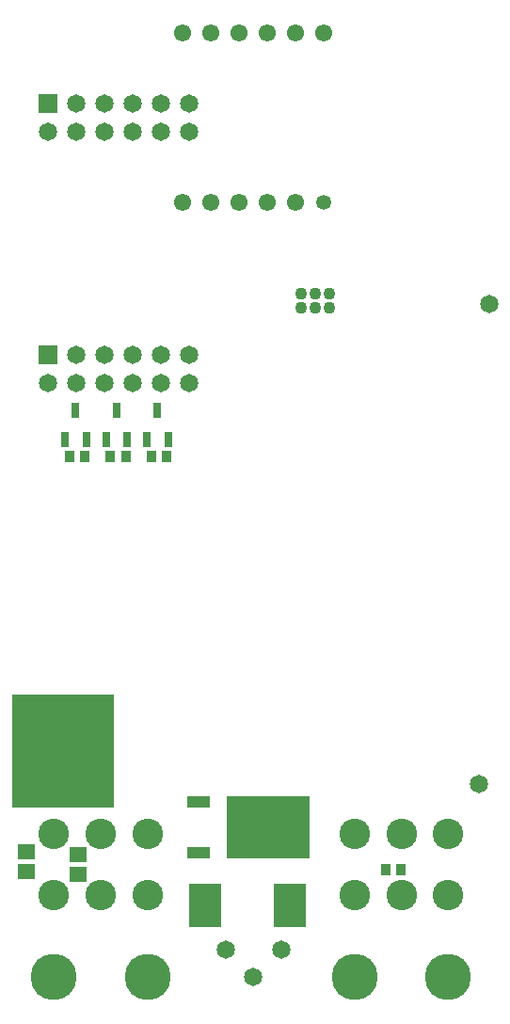
<source format=gbs>
G04 Layer_Color=16711935*
%FSAX24Y24*%
%MOIN*%
G70*
G01*
G75*
%ADD71R,0.3600X0.4000*%
%ADD88R,0.0375X0.0414*%
%ADD94R,0.1160X0.1560*%
%ADD104C,0.1084*%
%ADD105C,0.1635*%
%ADD106C,0.0651*%
%ADD107R,0.0651X0.0651*%
%ADD108C,0.0434*%
%ADD109C,0.0611*%
%ADD110C,0.0532*%
%ADD111C,0.0651*%
%ADD112R,0.0808X0.0434*%
%ADD113R,0.2973X0.2225*%
%ADD114R,0.0296X0.0572*%
%ADD115R,0.0611X0.0532*%
D71*
X003300Y009050D02*
D03*
D88*
X015276Y004850D02*
D03*
X014724D02*
D03*
X006976Y019500D02*
D03*
X006424D02*
D03*
X005526D02*
D03*
X004974D02*
D03*
X004075D02*
D03*
X003524D02*
D03*
D94*
X008350Y003600D02*
D03*
X011350D02*
D03*
D104*
X006291Y006115D02*
D03*
Y003950D02*
D03*
X004637Y006115D02*
D03*
Y003950D02*
D03*
X002984D02*
D03*
Y006115D02*
D03*
X016941D02*
D03*
Y003950D02*
D03*
X015287Y006115D02*
D03*
Y003950D02*
D03*
X013634D02*
D03*
Y006115D02*
D03*
D105*
X006291Y001076D02*
D03*
X002984D02*
D03*
X016941D02*
D03*
X013634D02*
D03*
D106*
X009053Y002042D02*
D03*
X010037Y001058D02*
D03*
X011022Y002042D02*
D03*
X002756Y022100D02*
D03*
X003756Y023100D02*
D03*
Y022100D02*
D03*
X004756Y023100D02*
D03*
Y022100D02*
D03*
X005756Y023100D02*
D03*
Y022100D02*
D03*
X006756Y023100D02*
D03*
Y022100D02*
D03*
X007756Y023100D02*
D03*
Y022100D02*
D03*
X002756Y030996D02*
D03*
X003756Y031996D02*
D03*
Y030996D02*
D03*
X004756Y031996D02*
D03*
Y030996D02*
D03*
X005756Y031996D02*
D03*
Y030996D02*
D03*
X006756Y031996D02*
D03*
Y030996D02*
D03*
X007756Y031996D02*
D03*
Y030996D02*
D03*
D107*
X002756Y023100D02*
D03*
Y031996D02*
D03*
D108*
X011737Y025250D02*
D03*
Y024750D02*
D03*
X012237Y025250D02*
D03*
Y024750D02*
D03*
X012737Y025250D02*
D03*
Y024750D02*
D03*
D109*
X012539Y034496D02*
D03*
X011539D02*
D03*
X010539D02*
D03*
X009539D02*
D03*
X008539D02*
D03*
X007539D02*
D03*
Y028496D02*
D03*
X008539D02*
D03*
X009539D02*
D03*
X010539D02*
D03*
X011539D02*
D03*
D110*
X012539D02*
D03*
D111*
X018400Y024900D02*
D03*
X018050Y007900D02*
D03*
D112*
X008116Y005452D02*
D03*
Y007248D02*
D03*
D113*
X010576Y006350D02*
D03*
D114*
X003750Y021113D02*
D03*
X003376Y020087D02*
D03*
X004124D02*
D03*
X005200Y021113D02*
D03*
X004826Y020087D02*
D03*
X005574D02*
D03*
X006650Y021113D02*
D03*
X006276Y020087D02*
D03*
X007024D02*
D03*
D115*
X003837Y005404D02*
D03*
Y004696D02*
D03*
X001987Y005504D02*
D03*
Y004796D02*
D03*
M02*

</source>
